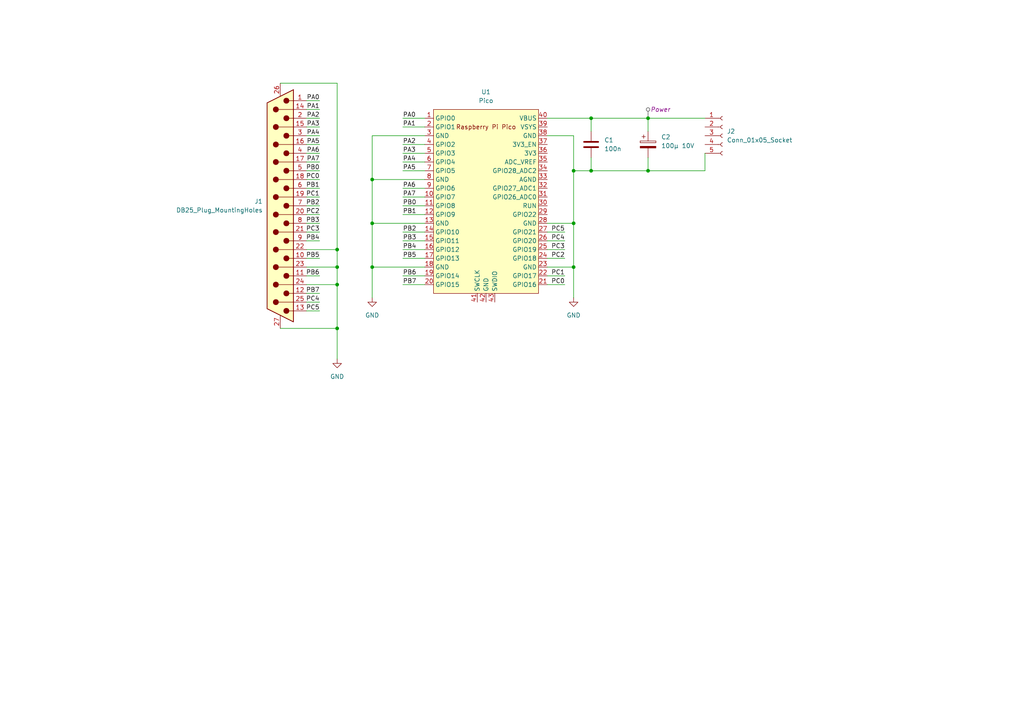
<source format=kicad_sch>
(kicad_sch
	(version 20231120)
	(generator "eeschema")
	(generator_version "8.0")
	(uuid "bfc4f0fb-7fdc-4caa-bbf8-39be3b7ae887")
	(paper "A4")
	(lib_symbols
		(symbol "Connector:Conn_01x05_Socket"
			(pin_names
				(offset 1.016) hide)
			(exclude_from_sim no)
			(in_bom yes)
			(on_board yes)
			(property "Reference" "J"
				(at 0 7.62 0)
				(effects
					(font
						(size 1.27 1.27)
					)
				)
			)
			(property "Value" "Conn_01x05_Socket"
				(at 0 -7.62 0)
				(effects
					(font
						(size 1.27 1.27)
					)
				)
			)
			(property "Footprint" ""
				(at 0 0 0)
				(effects
					(font
						(size 1.27 1.27)
					)
					(hide yes)
				)
			)
			(property "Datasheet" "~"
				(at 0 0 0)
				(effects
					(font
						(size 1.27 1.27)
					)
					(hide yes)
				)
			)
			(property "Description" "Generic connector, single row, 01x05, script generated"
				(at 0 0 0)
				(effects
					(font
						(size 1.27 1.27)
					)
					(hide yes)
				)
			)
			(property "ki_locked" ""
				(at 0 0 0)
				(effects
					(font
						(size 1.27 1.27)
					)
				)
			)
			(property "ki_keywords" "connector"
				(at 0 0 0)
				(effects
					(font
						(size 1.27 1.27)
					)
					(hide yes)
				)
			)
			(property "ki_fp_filters" "Connector*:*_1x??_*"
				(at 0 0 0)
				(effects
					(font
						(size 1.27 1.27)
					)
					(hide yes)
				)
			)
			(symbol "Conn_01x05_Socket_1_1"
				(arc
					(start 0 -4.572)
					(mid -0.5058 -5.08)
					(end 0 -5.588)
					(stroke
						(width 0.1524)
						(type default)
					)
					(fill
						(type none)
					)
				)
				(arc
					(start 0 -2.032)
					(mid -0.5058 -2.54)
					(end 0 -3.048)
					(stroke
						(width 0.1524)
						(type default)
					)
					(fill
						(type none)
					)
				)
				(polyline
					(pts
						(xy -1.27 -5.08) (xy -0.508 -5.08)
					)
					(stroke
						(width 0.1524)
						(type default)
					)
					(fill
						(type none)
					)
				)
				(polyline
					(pts
						(xy -1.27 -2.54) (xy -0.508 -2.54)
					)
					(stroke
						(width 0.1524)
						(type default)
					)
					(fill
						(type none)
					)
				)
				(polyline
					(pts
						(xy -1.27 0) (xy -0.508 0)
					)
					(stroke
						(width 0.1524)
						(type default)
					)
					(fill
						(type none)
					)
				)
				(polyline
					(pts
						(xy -1.27 2.54) (xy -0.508 2.54)
					)
					(stroke
						(width 0.1524)
						(type default)
					)
					(fill
						(type none)
					)
				)
				(polyline
					(pts
						(xy -1.27 5.08) (xy -0.508 5.08)
					)
					(stroke
						(width 0.1524)
						(type default)
					)
					(fill
						(type none)
					)
				)
				(arc
					(start 0 0.508)
					(mid -0.5058 0)
					(end 0 -0.508)
					(stroke
						(width 0.1524)
						(type default)
					)
					(fill
						(type none)
					)
				)
				(arc
					(start 0 3.048)
					(mid -0.5058 2.54)
					(end 0 2.032)
					(stroke
						(width 0.1524)
						(type default)
					)
					(fill
						(type none)
					)
				)
				(arc
					(start 0 5.588)
					(mid -0.5058 5.08)
					(end 0 4.572)
					(stroke
						(width 0.1524)
						(type default)
					)
					(fill
						(type none)
					)
				)
				(pin passive line
					(at -5.08 5.08 0)
					(length 3.81)
					(name "Pin_1"
						(effects
							(font
								(size 1.27 1.27)
							)
						)
					)
					(number "1"
						(effects
							(font
								(size 1.27 1.27)
							)
						)
					)
				)
				(pin passive line
					(at -5.08 2.54 0)
					(length 3.81)
					(name "Pin_2"
						(effects
							(font
								(size 1.27 1.27)
							)
						)
					)
					(number "2"
						(effects
							(font
								(size 1.27 1.27)
							)
						)
					)
				)
				(pin passive line
					(at -5.08 0 0)
					(length 3.81)
					(name "Pin_3"
						(effects
							(font
								(size 1.27 1.27)
							)
						)
					)
					(number "3"
						(effects
							(font
								(size 1.27 1.27)
							)
						)
					)
				)
				(pin passive line
					(at -5.08 -2.54 0)
					(length 3.81)
					(name "Pin_4"
						(effects
							(font
								(size 1.27 1.27)
							)
						)
					)
					(number "4"
						(effects
							(font
								(size 1.27 1.27)
							)
						)
					)
				)
				(pin passive line
					(at -5.08 -5.08 0)
					(length 3.81)
					(name "Pin_5"
						(effects
							(font
								(size 1.27 1.27)
							)
						)
					)
					(number "5"
						(effects
							(font
								(size 1.27 1.27)
							)
						)
					)
				)
			)
		)
		(symbol "Connector:DB25_Plug_MountingHoles"
			(pin_names
				(offset 1.016) hide)
			(exclude_from_sim no)
			(in_bom yes)
			(on_board yes)
			(property "Reference" "J1"
				(at 5.08 -1.2701 0)
				(effects
					(font
						(size 1.27 1.27)
					)
					(justify left)
				)
			)
			(property "Value" "DB25_Plug_MountingHoles"
				(at 5.08 1.2699 0)
				(effects
					(font
						(size 1.27 1.27)
					)
					(justify left)
				)
			)
			(property "Footprint" "easyeda2kicad:DB25-TH_D-DMR025PF-D002"
				(at 0 0 0)
				(effects
					(font
						(size 1.27 1.27)
					)
					(hide yes)
				)
			)
			(property "Datasheet" "~"
				(at 0 0 0)
				(effects
					(font
						(size 1.27 1.27)
					)
					(hide yes)
				)
			)
			(property "Description" "25-pin male plug pin D-SUB connector, Mounting Hole"
				(at 0 0 0)
				(effects
					(font
						(size 1.27 1.27)
					)
					(hide yes)
				)
			)
			(property "ki_keywords" "male plug D-SUB connector"
				(at 0 0 0)
				(effects
					(font
						(size 1.27 1.27)
					)
					(hide yes)
				)
			)
			(property "ki_fp_filters" "DSUB*Male*"
				(at 0 0 0)
				(effects
					(font
						(size 1.27 1.27)
					)
					(hide yes)
				)
			)
			(symbol "DB25_Plug_MountingHoles_0_1"
				(circle
					(center -1.778 -30.48)
					(radius 0.762)
					(stroke
						(width 0)
						(type default)
					)
					(fill
						(type outline)
					)
				)
				(circle
					(center -1.778 -25.4)
					(radius 0.762)
					(stroke
						(width 0)
						(type default)
					)
					(fill
						(type outline)
					)
				)
				(circle
					(center -1.778 -20.32)
					(radius 0.762)
					(stroke
						(width 0)
						(type default)
					)
					(fill
						(type outline)
					)
				)
				(circle
					(center -1.778 -15.24)
					(radius 0.762)
					(stroke
						(width 0)
						(type default)
					)
					(fill
						(type outline)
					)
				)
				(circle
					(center -1.778 -10.16)
					(radius 0.762)
					(stroke
						(width 0)
						(type default)
					)
					(fill
						(type outline)
					)
				)
				(circle
					(center -1.778 -5.08)
					(radius 0.762)
					(stroke
						(width 0)
						(type default)
					)
					(fill
						(type outline)
					)
				)
				(circle
					(center -1.778 0)
					(radius 0.762)
					(stroke
						(width 0)
						(type default)
					)
					(fill
						(type outline)
					)
				)
				(circle
					(center -1.778 5.08)
					(radius 0.762)
					(stroke
						(width 0)
						(type default)
					)
					(fill
						(type outline)
					)
				)
				(circle
					(center -1.778 10.16)
					(radius 0.762)
					(stroke
						(width 0)
						(type default)
					)
					(fill
						(type outline)
					)
				)
				(circle
					(center -1.778 15.24)
					(radius 0.762)
					(stroke
						(width 0)
						(type default)
					)
					(fill
						(type outline)
					)
				)
				(circle
					(center -1.778 20.32)
					(radius 0.762)
					(stroke
						(width 0)
						(type default)
					)
					(fill
						(type outline)
					)
				)
				(circle
					(center -1.778 25.4)
					(radius 0.762)
					(stroke
						(width 0)
						(type default)
					)
					(fill
						(type outline)
					)
				)
				(circle
					(center -1.778 30.48)
					(radius 0.762)
					(stroke
						(width 0)
						(type default)
					)
					(fill
						(type outline)
					)
				)
				(polyline
					(pts
						(xy -3.81 -30.48) (xy -2.54 -30.48)
					)
					(stroke
						(width 0)
						(type default)
					)
					(fill
						(type none)
					)
				)
				(polyline
					(pts
						(xy -3.81 -27.94) (xy 0.508 -27.94)
					)
					(stroke
						(width 0)
						(type default)
					)
					(fill
						(type none)
					)
				)
				(polyline
					(pts
						(xy -3.81 -25.4) (xy -2.54 -25.4)
					)
					(stroke
						(width 0)
						(type default)
					)
					(fill
						(type none)
					)
				)
				(polyline
					(pts
						(xy -3.81 -22.86) (xy 0.508 -22.86)
					)
					(stroke
						(width 0)
						(type default)
					)
					(fill
						(type none)
					)
				)
				(polyline
					(pts
						(xy -3.81 -20.32) (xy -2.54 -20.32)
					)
					(stroke
						(width 0)
						(type default)
					)
					(fill
						(type none)
					)
				)
				(polyline
					(pts
						(xy -3.81 -17.78) (xy 0.508 -17.78)
					)
					(stroke
						(width 0)
						(type default)
					)
					(fill
						(type none)
					)
				)
				(polyline
					(pts
						(xy -3.81 -15.24) (xy -2.54 -15.24)
					)
					(stroke
						(width 0)
						(type default)
					)
					(fill
						(type none)
					)
				)
				(polyline
					(pts
						(xy -3.81 -12.7) (xy 0.508 -12.7)
					)
					(stroke
						(width 0)
						(type default)
					)
					(fill
						(type none)
					)
				)
				(polyline
					(pts
						(xy -3.81 -10.16) (xy -2.54 -10.16)
					)
					(stroke
						(width 0)
						(type default)
					)
					(fill
						(type none)
					)
				)
				(polyline
					(pts
						(xy -3.81 -7.62) (xy 0.508 -7.62)
					)
					(stroke
						(width 0)
						(type default)
					)
					(fill
						(type none)
					)
				)
				(polyline
					(pts
						(xy -3.81 -5.08) (xy -2.54 -5.08)
					)
					(stroke
						(width 0)
						(type default)
					)
					(fill
						(type none)
					)
				)
				(polyline
					(pts
						(xy -3.81 -2.54) (xy 0.508 -2.54)
					)
					(stroke
						(width 0)
						(type default)
					)
					(fill
						(type none)
					)
				)
				(polyline
					(pts
						(xy -3.81 0) (xy -2.54 0)
					)
					(stroke
						(width 0)
						(type default)
					)
					(fill
						(type none)
					)
				)
				(polyline
					(pts
						(xy -3.81 2.54) (xy 0.508 2.54)
					)
					(stroke
						(width 0)
						(type default)
					)
					(fill
						(type none)
					)
				)
				(polyline
					(pts
						(xy -3.81 5.08) (xy -2.54 5.08)
					)
					(stroke
						(width 0)
						(type default)
					)
					(fill
						(type none)
					)
				)
				(polyline
					(pts
						(xy -3.81 7.62) (xy 0.508 7.62)
					)
					(stroke
						(width 0)
						(type default)
					)
					(fill
						(type none)
					)
				)
				(polyline
					(pts
						(xy -3.81 10.16) (xy -2.54 10.16)
					)
					(stroke
						(width 0)
						(type default)
					)
					(fill
						(type none)
					)
				)
				(polyline
					(pts
						(xy -3.81 12.7) (xy 0.508 12.7)
					)
					(stroke
						(width 0)
						(type default)
					)
					(fill
						(type none)
					)
				)
				(polyline
					(pts
						(xy -3.81 15.24) (xy -2.54 15.24)
					)
					(stroke
						(width 0)
						(type default)
					)
					(fill
						(type none)
					)
				)
				(polyline
					(pts
						(xy -3.81 17.78) (xy 0.508 17.78)
					)
					(stroke
						(width 0)
						(type default)
					)
					(fill
						(type none)
					)
				)
				(polyline
					(pts
						(xy -3.81 20.32) (xy -2.54 20.32)
					)
					(stroke
						(width 0)
						(type default)
					)
					(fill
						(type none)
					)
				)
				(polyline
					(pts
						(xy -3.81 22.86) (xy 0.508 22.86)
					)
					(stroke
						(width 0)
						(type default)
					)
					(fill
						(type none)
					)
				)
				(polyline
					(pts
						(xy -3.81 25.4) (xy -2.54 25.4)
					)
					(stroke
						(width 0)
						(type default)
					)
					(fill
						(type none)
					)
				)
				(polyline
					(pts
						(xy -3.81 27.94) (xy 0.508 27.94)
					)
					(stroke
						(width 0)
						(type default)
					)
					(fill
						(type none)
					)
				)
				(polyline
					(pts
						(xy -3.81 30.48) (xy -2.54 30.48)
					)
					(stroke
						(width 0)
						(type default)
					)
					(fill
						(type none)
					)
				)
				(polyline
					(pts
						(xy -3.81 -33.655) (xy 3.81 -29.845) (xy 3.81 29.845) (xy -3.81 33.655) (xy -3.81 -33.655)
					)
					(stroke
						(width 0.254)
						(type default)
					)
					(fill
						(type background)
					)
				)
				(circle
					(center 1.27 -27.94)
					(radius 0.762)
					(stroke
						(width 0)
						(type default)
					)
					(fill
						(type outline)
					)
				)
				(circle
					(center 1.27 -22.86)
					(radius 0.762)
					(stroke
						(width 0)
						(type default)
					)
					(fill
						(type outline)
					)
				)
				(circle
					(center 1.27 -17.78)
					(radius 0.762)
					(stroke
						(width 0)
						(type default)
					)
					(fill
						(type outline)
					)
				)
				(circle
					(center 1.27 -12.7)
					(radius 0.762)
					(stroke
						(width 0)
						(type default)
					)
					(fill
						(type outline)
					)
				)
				(circle
					(center 1.27 -7.62)
					(radius 0.762)
					(stroke
						(width 0)
						(type default)
					)
					(fill
						(type outline)
					)
				)
				(circle
					(center 1.27 -2.54)
					(radius 0.762)
					(stroke
						(width 0)
						(type default)
					)
					(fill
						(type outline)
					)
				)
				(circle
					(center 1.27 2.54)
					(radius 0.762)
					(stroke
						(width 0)
						(type default)
					)
					(fill
						(type outline)
					)
				)
				(circle
					(center 1.27 7.62)
					(radius 0.762)
					(stroke
						(width 0)
						(type default)
					)
					(fill
						(type outline)
					)
				)
				(circle
					(center 1.27 12.7)
					(radius 0.762)
					(stroke
						(width 0)
						(type default)
					)
					(fill
						(type outline)
					)
				)
				(circle
					(center 1.27 17.78)
					(radius 0.762)
					(stroke
						(width 0)
						(type default)
					)
					(fill
						(type outline)
					)
				)
				(circle
					(center 1.27 22.86)
					(radius 0.762)
					(stroke
						(width 0)
						(type default)
					)
					(fill
						(type outline)
					)
				)
				(circle
					(center 1.27 27.94)
					(radius 0.762)
					(stroke
						(width 0)
						(type default)
					)
					(fill
						(type outline)
					)
				)
			)
			(symbol "DB25_Plug_MountingHoles_1_1"
				(pin passive line
					(at -7.62 -30.48 0)
					(length 3.81)
					(name "1"
						(effects
							(font
								(size 1.27 1.27)
							)
						)
					)
					(number "1"
						(effects
							(font
								(size 1.27 1.27)
							)
						)
					)
				)
				(pin passive line
					(at -7.62 15.24 0)
					(length 3.81)
					(name "10"
						(effects
							(font
								(size 1.27 1.27)
							)
						)
					)
					(number "10"
						(effects
							(font
								(size 1.27 1.27)
							)
						)
					)
				)
				(pin passive line
					(at -7.62 20.32 0)
					(length 3.81)
					(name "11"
						(effects
							(font
								(size 1.27 1.27)
							)
						)
					)
					(number "11"
						(effects
							(font
								(size 1.27 1.27)
							)
						)
					)
				)
				(pin passive line
					(at -7.62 25.4 0)
					(length 3.81)
					(name "12"
						(effects
							(font
								(size 1.27 1.27)
							)
						)
					)
					(number "12"
						(effects
							(font
								(size 1.27 1.27)
							)
						)
					)
				)
				(pin passive line
					(at -7.62 30.48 0)
					(length 3.81)
					(name "13"
						(effects
							(font
								(size 1.27 1.27)
							)
						)
					)
					(number "13"
						(effects
							(font
								(size 1.27 1.27)
							)
						)
					)
				)
				(pin passive line
					(at -7.62 -27.94 0)
					(length 3.81)
					(name "P14"
						(effects
							(font
								(size 1.27 1.27)
							)
						)
					)
					(number "14"
						(effects
							(font
								(size 1.27 1.27)
							)
						)
					)
				)
				(pin passive line
					(at -7.62 -22.86 0)
					(length 3.81)
					(name "P15"
						(effects
							(font
								(size 1.27 1.27)
							)
						)
					)
					(number "15"
						(effects
							(font
								(size 1.27 1.27)
							)
						)
					)
				)
				(pin passive line
					(at -7.62 -17.78 0)
					(length 3.81)
					(name "P16"
						(effects
							(font
								(size 1.27 1.27)
							)
						)
					)
					(number "16"
						(effects
							(font
								(size 1.27 1.27)
							)
						)
					)
				)
				(pin passive line
					(at -7.62 -12.7 0)
					(length 3.81)
					(name "P17"
						(effects
							(font
								(size 1.27 1.27)
							)
						)
					)
					(number "17"
						(effects
							(font
								(size 1.27 1.27)
							)
						)
					)
				)
				(pin passive line
					(at -7.62 -7.62 0)
					(length 3.81)
					(name "P18"
						(effects
							(font
								(size 1.27 1.27)
							)
						)
					)
					(number "18"
						(effects
							(font
								(size 1.27 1.27)
							)
						)
					)
				)
				(pin passive line
					(at -7.62 -2.54 0)
					(length 3.81)
					(name "P19"
						(effects
							(font
								(size 1.27 1.27)
							)
						)
					)
					(number "19"
						(effects
							(font
								(size 1.27 1.27)
							)
						)
					)
				)
				(pin passive line
					(at -7.62 -25.4 0)
					(length 3.81)
					(name "2"
						(effects
							(font
								(size 1.27 1.27)
							)
						)
					)
					(number "2"
						(effects
							(font
								(size 1.27 1.27)
							)
						)
					)
				)
				(pin passive line
					(at -7.62 2.54 0)
					(length 3.81)
					(name "P20"
						(effects
							(font
								(size 1.27 1.27)
							)
						)
					)
					(number "20"
						(effects
							(font
								(size 1.27 1.27)
							)
						)
					)
				)
				(pin passive line
					(at -7.62 7.62 0)
					(length 3.81)
					(name "P21"
						(effects
							(font
								(size 1.27 1.27)
							)
						)
					)
					(number "21"
						(effects
							(font
								(size 1.27 1.27)
							)
						)
					)
				)
				(pin passive line
					(at -7.62 12.7 0)
					(length 3.81)
					(name "P22"
						(effects
							(font
								(size 1.27 1.27)
							)
						)
					)
					(number "22"
						(effects
							(font
								(size 1.27 1.27)
							)
						)
					)
				)
				(pin passive line
					(at -7.62 17.78 0)
					(length 3.81)
					(name "P23"
						(effects
							(font
								(size 1.27 1.27)
							)
						)
					)
					(number "23"
						(effects
							(font
								(size 1.27 1.27)
							)
						)
					)
				)
				(pin passive line
					(at -7.62 22.86 0)
					(length 3.81)
					(name "P24"
						(effects
							(font
								(size 1.27 1.27)
							)
						)
					)
					(number "24"
						(effects
							(font
								(size 1.27 1.27)
							)
						)
					)
				)
				(pin passive line
					(at -7.62 27.94 0)
					(length 3.81)
					(name "P25"
						(effects
							(font
								(size 1.27 1.27)
							)
						)
					)
					(number "25"
						(effects
							(font
								(size 1.27 1.27)
							)
						)
					)
				)
				(pin passive line
					(at 0 -35.56 90)
					(length 3.81)
					(name "PAD"
						(effects
							(font
								(size 1.27 1.27)
							)
						)
					)
					(number "26"
						(effects
							(font
								(size 1.27 1.27)
							)
						)
					)
				)
				(pin passive line
					(at 0 35.56 270)
					(length 3.81)
					(name "PAD"
						(effects
							(font
								(size 1.27 1.27)
							)
						)
					)
					(number "27"
						(effects
							(font
								(size 1.27 1.27)
							)
						)
					)
				)
				(pin passive line
					(at -7.62 -20.32 0)
					(length 3.81)
					(name "3"
						(effects
							(font
								(size 1.27 1.27)
							)
						)
					)
					(number "3"
						(effects
							(font
								(size 1.27 1.27)
							)
						)
					)
				)
				(pin passive line
					(at -7.62 -15.24 0)
					(length 3.81)
					(name "4"
						(effects
							(font
								(size 1.27 1.27)
							)
						)
					)
					(number "4"
						(effects
							(font
								(size 1.27 1.27)
							)
						)
					)
				)
				(pin passive line
					(at -7.62 -10.16 0)
					(length 3.81)
					(name "5"
						(effects
							(font
								(size 1.27 1.27)
							)
						)
					)
					(number "5"
						(effects
							(font
								(size 1.27 1.27)
							)
						)
					)
				)
				(pin passive line
					(at -7.62 -5.08 0)
					(length 3.81)
					(name "6"
						(effects
							(font
								(size 1.27 1.27)
							)
						)
					)
					(number "6"
						(effects
							(font
								(size 1.27 1.27)
							)
						)
					)
				)
				(pin passive line
					(at -7.62 0 0)
					(length 3.81)
					(name "7"
						(effects
							(font
								(size 1.27 1.27)
							)
						)
					)
					(number "7"
						(effects
							(font
								(size 1.27 1.27)
							)
						)
					)
				)
				(pin passive line
					(at -7.62 5.08 0)
					(length 3.81)
					(name "8"
						(effects
							(font
								(size 1.27 1.27)
							)
						)
					)
					(number "8"
						(effects
							(font
								(size 1.27 1.27)
							)
						)
					)
				)
				(pin passive line
					(at -7.62 10.16 0)
					(length 3.81)
					(name "9"
						(effects
							(font
								(size 1.27 1.27)
							)
						)
					)
					(number "9"
						(effects
							(font
								(size 1.27 1.27)
							)
						)
					)
				)
			)
		)
		(symbol "Device:C"
			(pin_numbers hide)
			(pin_names
				(offset 0.254)
			)
			(exclude_from_sim no)
			(in_bom yes)
			(on_board yes)
			(property "Reference" "C"
				(at 0.635 2.54 0)
				(effects
					(font
						(size 1.27 1.27)
					)
					(justify left)
				)
			)
			(property "Value" "C"
				(at 0.635 -2.54 0)
				(effects
					(font
						(size 1.27 1.27)
					)
					(justify left)
				)
			)
			(property "Footprint" ""
				(at 0.9652 -3.81 0)
				(effects
					(font
						(size 1.27 1.27)
					)
					(hide yes)
				)
			)
			(property "Datasheet" "~"
				(at 0 0 0)
				(effects
					(font
						(size 1.27 1.27)
					)
					(hide yes)
				)
			)
			(property "Description" "Unpolarized capacitor"
				(at 0 0 0)
				(effects
					(font
						(size 1.27 1.27)
					)
					(hide yes)
				)
			)
			(property "ki_keywords" "cap capacitor"
				(at 0 0 0)
				(effects
					(font
						(size 1.27 1.27)
					)
					(hide yes)
				)
			)
			(property "ki_fp_filters" "C_*"
				(at 0 0 0)
				(effects
					(font
						(size 1.27 1.27)
					)
					(hide yes)
				)
			)
			(symbol "C_0_1"
				(polyline
					(pts
						(xy -2.032 -0.762) (xy 2.032 -0.762)
					)
					(stroke
						(width 0.508)
						(type default)
					)
					(fill
						(type none)
					)
				)
				(polyline
					(pts
						(xy -2.032 0.762) (xy 2.032 0.762)
					)
					(stroke
						(width 0.508)
						(type default)
					)
					(fill
						(type none)
					)
				)
			)
			(symbol "C_1_1"
				(pin passive line
					(at 0 3.81 270)
					(length 2.794)
					(name "~"
						(effects
							(font
								(size 1.27 1.27)
							)
						)
					)
					(number "1"
						(effects
							(font
								(size 1.27 1.27)
							)
						)
					)
				)
				(pin passive line
					(at 0 -3.81 90)
					(length 2.794)
					(name "~"
						(effects
							(font
								(size 1.27 1.27)
							)
						)
					)
					(number "2"
						(effects
							(font
								(size 1.27 1.27)
							)
						)
					)
				)
			)
		)
		(symbol "Device:C_Polarized"
			(pin_numbers hide)
			(pin_names
				(offset 0.254)
			)
			(exclude_from_sim no)
			(in_bom yes)
			(on_board yes)
			(property "Reference" "C"
				(at 0.635 2.54 0)
				(effects
					(font
						(size 1.27 1.27)
					)
					(justify left)
				)
			)
			(property "Value" "C_Polarized"
				(at 0.635 -2.54 0)
				(effects
					(font
						(size 1.27 1.27)
					)
					(justify left)
				)
			)
			(property "Footprint" ""
				(at 0.9652 -3.81 0)
				(effects
					(font
						(size 1.27 1.27)
					)
					(hide yes)
				)
			)
			(property "Datasheet" "~"
				(at 0 0 0)
				(effects
					(font
						(size 1.27 1.27)
					)
					(hide yes)
				)
			)
			(property "Description" "Polarized capacitor"
				(at 0 0 0)
				(effects
					(font
						(size 1.27 1.27)
					)
					(hide yes)
				)
			)
			(property "ki_keywords" "cap capacitor"
				(at 0 0 0)
				(effects
					(font
						(size 1.27 1.27)
					)
					(hide yes)
				)
			)
			(property "ki_fp_filters" "CP_*"
				(at 0 0 0)
				(effects
					(font
						(size 1.27 1.27)
					)
					(hide yes)
				)
			)
			(symbol "C_Polarized_0_1"
				(rectangle
					(start -2.286 0.508)
					(end 2.286 1.016)
					(stroke
						(width 0)
						(type default)
					)
					(fill
						(type none)
					)
				)
				(polyline
					(pts
						(xy -1.778 2.286) (xy -0.762 2.286)
					)
					(stroke
						(width 0)
						(type default)
					)
					(fill
						(type none)
					)
				)
				(polyline
					(pts
						(xy -1.27 2.794) (xy -1.27 1.778)
					)
					(stroke
						(width 0)
						(type default)
					)
					(fill
						(type none)
					)
				)
				(rectangle
					(start 2.286 -0.508)
					(end -2.286 -1.016)
					(stroke
						(width 0)
						(type default)
					)
					(fill
						(type outline)
					)
				)
			)
			(symbol "C_Polarized_1_1"
				(pin passive line
					(at 0 3.81 270)
					(length 2.794)
					(name "~"
						(effects
							(font
								(size 1.27 1.27)
							)
						)
					)
					(number "1"
						(effects
							(font
								(size 1.27 1.27)
							)
						)
					)
				)
				(pin passive line
					(at 0 -3.81 90)
					(length 2.794)
					(name "~"
						(effects
							(font
								(size 1.27 1.27)
							)
						)
					)
					(number "2"
						(effects
							(font
								(size 1.27 1.27)
							)
						)
					)
				)
			)
		)
		(symbol "RP-Pico:Pico"
			(exclude_from_sim no)
			(in_bom yes)
			(on_board yes)
			(property "Reference" "U"
				(at -13.97 27.94 0)
				(effects
					(font
						(size 1.27 1.27)
					)
				)
			)
			(property "Value" "Pico"
				(at 0 19.05 0)
				(effects
					(font
						(size 1.27 1.27)
					)
				)
			)
			(property "Footprint" "RPi_Pico:RPi_Pico_SMD_TH"
				(at 0 0 90)
				(effects
					(font
						(size 1.27 1.27)
					)
					(hide yes)
				)
			)
			(property "Datasheet" ""
				(at 0 0 0)
				(effects
					(font
						(size 1.27 1.27)
					)
					(hide yes)
				)
			)
			(property "Description" ""
				(at 0 0 0)
				(effects
					(font
						(size 1.27 1.27)
					)
					(hide yes)
				)
			)
			(symbol "Pico_0_0"
				(text "Raspberry Pi Pico"
					(at 0 21.59 0)
					(effects
						(font
							(size 1.27 1.27)
						)
					)
				)
			)
			(symbol "Pico_0_1"
				(rectangle
					(start -15.24 26.67)
					(end 15.24 -26.67)
					(stroke
						(width 0)
						(type default)
					)
					(fill
						(type background)
					)
				)
			)
			(symbol "Pico_1_1"
				(pin bidirectional line
					(at -17.78 24.13 0)
					(length 2.54)
					(name "GPIO0"
						(effects
							(font
								(size 1.27 1.27)
							)
						)
					)
					(number "1"
						(effects
							(font
								(size 1.27 1.27)
							)
						)
					)
				)
				(pin bidirectional line
					(at -17.78 1.27 0)
					(length 2.54)
					(name "GPIO7"
						(effects
							(font
								(size 1.27 1.27)
							)
						)
					)
					(number "10"
						(effects
							(font
								(size 1.27 1.27)
							)
						)
					)
				)
				(pin bidirectional line
					(at -17.78 -1.27 0)
					(length 2.54)
					(name "GPIO8"
						(effects
							(font
								(size 1.27 1.27)
							)
						)
					)
					(number "11"
						(effects
							(font
								(size 1.27 1.27)
							)
						)
					)
				)
				(pin bidirectional line
					(at -17.78 -3.81 0)
					(length 2.54)
					(name "GPIO9"
						(effects
							(font
								(size 1.27 1.27)
							)
						)
					)
					(number "12"
						(effects
							(font
								(size 1.27 1.27)
							)
						)
					)
				)
				(pin power_in line
					(at -17.78 -6.35 0)
					(length 2.54)
					(name "GND"
						(effects
							(font
								(size 1.27 1.27)
							)
						)
					)
					(number "13"
						(effects
							(font
								(size 1.27 1.27)
							)
						)
					)
				)
				(pin bidirectional line
					(at -17.78 -8.89 0)
					(length 2.54)
					(name "GPIO10"
						(effects
							(font
								(size 1.27 1.27)
							)
						)
					)
					(number "14"
						(effects
							(font
								(size 1.27 1.27)
							)
						)
					)
				)
				(pin bidirectional line
					(at -17.78 -11.43 0)
					(length 2.54)
					(name "GPIO11"
						(effects
							(font
								(size 1.27 1.27)
							)
						)
					)
					(number "15"
						(effects
							(font
								(size 1.27 1.27)
							)
						)
					)
				)
				(pin bidirectional line
					(at -17.78 -13.97 0)
					(length 2.54)
					(name "GPIO12"
						(effects
							(font
								(size 1.27 1.27)
							)
						)
					)
					(number "16"
						(effects
							(font
								(size 1.27 1.27)
							)
						)
					)
				)
				(pin bidirectional line
					(at -17.78 -16.51 0)
					(length 2.54)
					(name "GPIO13"
						(effects
							(font
								(size 1.27 1.27)
							)
						)
					)
					(number "17"
						(effects
							(font
								(size 1.27 1.27)
							)
						)
					)
				)
				(pin power_in line
					(at -17.78 -19.05 0)
					(length 2.54)
					(name "GND"
						(effects
							(font
								(size 1.27 1.27)
							)
						)
					)
					(number "18"
						(effects
							(font
								(size 1.27 1.27)
							)
						)
					)
				)
				(pin bidirectional line
					(at -17.78 -21.59 0)
					(length 2.54)
					(name "GPIO14"
						(effects
							(font
								(size 1.27 1.27)
							)
						)
					)
					(number "19"
						(effects
							(font
								(size 1.27 1.27)
							)
						)
					)
				)
				(pin bidirectional line
					(at -17.78 21.59 0)
					(length 2.54)
					(name "GPIO1"
						(effects
							(font
								(size 1.27 1.27)
							)
						)
					)
					(number "2"
						(effects
							(font
								(size 1.27 1.27)
							)
						)
					)
				)
				(pin bidirectional line
					(at -17.78 -24.13 0)
					(length 2.54)
					(name "GPIO15"
						(effects
							(font
								(size 1.27 1.27)
							)
						)
					)
					(number "20"
						(effects
							(font
								(size 1.27 1.27)
							)
						)
					)
				)
				(pin bidirectional line
					(at 17.78 -24.13 180)
					(length 2.54)
					(name "GPIO16"
						(effects
							(font
								(size 1.27 1.27)
							)
						)
					)
					(number "21"
						(effects
							(font
								(size 1.27 1.27)
							)
						)
					)
				)
				(pin bidirectional line
					(at 17.78 -21.59 180)
					(length 2.54)
					(name "GPIO17"
						(effects
							(font
								(size 1.27 1.27)
							)
						)
					)
					(number "22"
						(effects
							(font
								(size 1.27 1.27)
							)
						)
					)
				)
				(pin power_in line
					(at 17.78 -19.05 180)
					(length 2.54)
					(name "GND"
						(effects
							(font
								(size 1.27 1.27)
							)
						)
					)
					(number "23"
						(effects
							(font
								(size 1.27 1.27)
							)
						)
					)
				)
				(pin bidirectional line
					(at 17.78 -16.51 180)
					(length 2.54)
					(name "GPIO18"
						(effects
							(font
								(size 1.27 1.27)
							)
						)
					)
					(number "24"
						(effects
							(font
								(size 1.27 1.27)
							)
						)
					)
				)
				(pin bidirectional line
					(at 17.78 -13.97 180)
					(length 2.54)
					(name "GPIO19"
						(effects
							(font
								(size 1.27 1.27)
							)
						)
					)
					(number "25"
						(effects
							(font
								(size 1.27 1.27)
							)
						)
					)
				)
				(pin bidirectional line
					(at 17.78 -11.43 180)
					(length 2.54)
					(name "GPIO20"
						(effects
							(font
								(size 1.27 1.27)
							)
						)
					)
					(number "26"
						(effects
							(font
								(size 1.27 1.27)
							)
						)
					)
				)
				(pin bidirectional line
					(at 17.78 -8.89 180)
					(length 2.54)
					(name "GPIO21"
						(effects
							(font
								(size 1.27 1.27)
							)
						)
					)
					(number "27"
						(effects
							(font
								(size 1.27 1.27)
							)
						)
					)
				)
				(pin power_in line
					(at 17.78 -6.35 180)
					(length 2.54)
					(name "GND"
						(effects
							(font
								(size 1.27 1.27)
							)
						)
					)
					(number "28"
						(effects
							(font
								(size 1.27 1.27)
							)
						)
					)
				)
				(pin bidirectional line
					(at 17.78 -3.81 180)
					(length 2.54)
					(name "GPIO22"
						(effects
							(font
								(size 1.27 1.27)
							)
						)
					)
					(number "29"
						(effects
							(font
								(size 1.27 1.27)
							)
						)
					)
				)
				(pin power_in line
					(at -17.78 19.05 0)
					(length 2.54)
					(name "GND"
						(effects
							(font
								(size 1.27 1.27)
							)
						)
					)
					(number "3"
						(effects
							(font
								(size 1.27 1.27)
							)
						)
					)
				)
				(pin input line
					(at 17.78 -1.27 180)
					(length 2.54)
					(name "RUN"
						(effects
							(font
								(size 1.27 1.27)
							)
						)
					)
					(number "30"
						(effects
							(font
								(size 1.27 1.27)
							)
						)
					)
				)
				(pin bidirectional line
					(at 17.78 1.27 180)
					(length 2.54)
					(name "GPIO26_ADC0"
						(effects
							(font
								(size 1.27 1.27)
							)
						)
					)
					(number "31"
						(effects
							(font
								(size 1.27 1.27)
							)
						)
					)
				)
				(pin bidirectional line
					(at 17.78 3.81 180)
					(length 2.54)
					(name "GPIO27_ADC1"
						(effects
							(font
								(size 1.27 1.27)
							)
						)
					)
					(number "32"
						(effects
							(font
								(size 1.27 1.27)
							)
						)
					)
				)
				(pin power_in line
					(at 17.78 6.35 180)
					(length 2.54)
					(name "AGND"
						(effects
							(font
								(size 1.27 1.27)
							)
						)
					)
					(number "33"
						(effects
							(font
								(size 1.27 1.27)
							)
						)
					)
				)
				(pin bidirectional line
					(at 17.78 8.89 180)
					(length 2.54)
					(name "GPIO28_ADC2"
						(effects
							(font
								(size 1.27 1.27)
							)
						)
					)
					(number "34"
						(effects
							(font
								(size 1.27 1.27)
							)
						)
					)
				)
				(pin power_in line
					(at 17.78 11.43 180)
					(length 2.54)
					(name "ADC_VREF"
						(effects
							(font
								(size 1.27 1.27)
							)
						)
					)
					(number "35"
						(effects
							(font
								(size 1.27 1.27)
							)
						)
					)
				)
				(pin power_in line
					(at 17.78 13.97 180)
					(length 2.54)
					(name "3V3"
						(effects
							(font
								(size 1.27 1.27)
							)
						)
					)
					(number "36"
						(effects
							(font
								(size 1.27 1.27)
							)
						)
					)
				)
				(pin input line
					(at 17.78 16.51 180)
					(length 2.54)
					(name "3V3_EN"
						(effects
							(font
								(size 1.27 1.27)
							)
						)
					)
					(number "37"
						(effects
							(font
								(size 1.27 1.27)
							)
						)
					)
				)
				(pin bidirectional line
					(at 17.78 19.05 180)
					(length 2.54)
					(name "GND"
						(effects
							(font
								(size 1.27 1.27)
							)
						)
					)
					(number "38"
						(effects
							(font
								(size 1.27 1.27)
							)
						)
					)
				)
				(pin power_in line
					(at 17.78 21.59 180)
					(length 2.54)
					(name "VSYS"
						(effects
							(font
								(size 1.27 1.27)
							)
						)
					)
					(number "39"
						(effects
							(font
								(size 1.27 1.27)
							)
						)
					)
				)
				(pin bidirectional line
					(at -17.78 16.51 0)
					(length 2.54)
					(name "GPIO2"
						(effects
							(font
								(size 1.27 1.27)
							)
						)
					)
					(number "4"
						(effects
							(font
								(size 1.27 1.27)
							)
						)
					)
				)
				(pin power_in line
					(at 17.78 24.13 180)
					(length 2.54)
					(name "VBUS"
						(effects
							(font
								(size 1.27 1.27)
							)
						)
					)
					(number "40"
						(effects
							(font
								(size 1.27 1.27)
							)
						)
					)
				)
				(pin input line
					(at -2.54 -29.21 90)
					(length 2.54)
					(name "SWCLK"
						(effects
							(font
								(size 1.27 1.27)
							)
						)
					)
					(number "41"
						(effects
							(font
								(size 1.27 1.27)
							)
						)
					)
				)
				(pin power_in line
					(at 0 -29.21 90)
					(length 2.54)
					(name "GND"
						(effects
							(font
								(size 1.27 1.27)
							)
						)
					)
					(number "42"
						(effects
							(font
								(size 1.27 1.27)
							)
						)
					)
				)
				(pin bidirectional line
					(at 2.54 -29.21 90)
					(length 2.54)
					(name "SWDIO"
						(effects
							(font
								(size 1.27 1.27)
							)
						)
					)
					(number "43"
						(effects
							(font
								(size 1.27 1.27)
							)
						)
					)
				)
				(pin bidirectional line
					(at -17.78 13.97 0)
					(length 2.54)
					(name "GPIO3"
						(effects
							(font
								(size 1.27 1.27)
							)
						)
					)
					(number "5"
						(effects
							(font
								(size 1.27 1.27)
							)
						)
					)
				)
				(pin bidirectional line
					(at -17.78 11.43 0)
					(length 2.54)
					(name "GPIO4"
						(effects
							(font
								(size 1.27 1.27)
							)
						)
					)
					(number "6"
						(effects
							(font
								(size 1.27 1.27)
							)
						)
					)
				)
				(pin bidirectional line
					(at -17.78 8.89 0)
					(length 2.54)
					(name "GPIO5"
						(effects
							(font
								(size 1.27 1.27)
							)
						)
					)
					(number "7"
						(effects
							(font
								(size 1.27 1.27)
							)
						)
					)
				)
				(pin power_in line
					(at -17.78 6.35 0)
					(length 2.54)
					(name "GND"
						(effects
							(font
								(size 1.27 1.27)
							)
						)
					)
					(number "8"
						(effects
							(font
								(size 1.27 1.27)
							)
						)
					)
				)
				(pin bidirectional line
					(at -17.78 3.81 0)
					(length 2.54)
					(name "GPIO6"
						(effects
							(font
								(size 1.27 1.27)
							)
						)
					)
					(number "9"
						(effects
							(font
								(size 1.27 1.27)
							)
						)
					)
				)
			)
		)
		(symbol "power:GND"
			(power)
			(pin_numbers hide)
			(pin_names
				(offset 0) hide)
			(exclude_from_sim no)
			(in_bom yes)
			(on_board yes)
			(property "Reference" "#PWR"
				(at 0 -6.35 0)
				(effects
					(font
						(size 1.27 1.27)
					)
					(hide yes)
				)
			)
			(property "Value" "GND"
				(at 0 -3.81 0)
				(effects
					(font
						(size 1.27 1.27)
					)
				)
			)
			(property "Footprint" ""
				(at 0 0 0)
				(effects
					(font
						(size 1.27 1.27)
					)
					(hide yes)
				)
			)
			(property "Datasheet" ""
				(at 0 0 0)
				(effects
					(font
						(size 1.27 1.27)
					)
					(hide yes)
				)
			)
			(property "Description" "Power symbol creates a global label with name \"GND\" , ground"
				(at 0 0 0)
				(effects
					(font
						(size 1.27 1.27)
					)
					(hide yes)
				)
			)
			(property "ki_keywords" "global power"
				(at 0 0 0)
				(effects
					(font
						(size 1.27 1.27)
					)
					(hide yes)
				)
			)
			(symbol "GND_0_1"
				(polyline
					(pts
						(xy 0 0) (xy 0 -1.27) (xy 1.27 -1.27) (xy 0 -2.54) (xy -1.27 -1.27) (xy 0 -1.27)
					)
					(stroke
						(width 0)
						(type default)
					)
					(fill
						(type none)
					)
				)
			)
			(symbol "GND_1_1"
				(pin power_in line
					(at 0 0 270)
					(length 0)
					(name "~"
						(effects
							(font
								(size 1.27 1.27)
							)
						)
					)
					(number "1"
						(effects
							(font
								(size 1.27 1.27)
							)
						)
					)
				)
			)
		)
	)
	(junction
		(at 97.79 95.25)
		(diameter 0)
		(color 0 0 0 0)
		(uuid "07699007-17c1-453d-824f-eaca4b4f43ec")
	)
	(junction
		(at 97.79 77.47)
		(diameter 0)
		(color 0 0 0 0)
		(uuid "16c40084-98f9-4a4c-b551-d7430470595b")
	)
	(junction
		(at 107.95 77.47)
		(diameter 0)
		(color 0 0 0 0)
		(uuid "3deb4941-c353-430a-b353-1537859dfad1")
	)
	(junction
		(at 166.37 49.53)
		(diameter 0)
		(color 0 0 0 0)
		(uuid "44662e9d-d056-401c-ac40-fff2163a67b8")
	)
	(junction
		(at 187.96 49.53)
		(diameter 0)
		(color 0 0 0 0)
		(uuid "64abd735-8d0f-434e-819b-e1625f45d8ba")
	)
	(junction
		(at 97.79 82.55)
		(diameter 0)
		(color 0 0 0 0)
		(uuid "7056ca72-1059-4f7b-bba9-2d654a877815")
	)
	(junction
		(at 166.37 77.47)
		(diameter 0)
		(color 0 0 0 0)
		(uuid "9c8d166f-8e50-4479-bcfe-1d586a9c9165")
	)
	(junction
		(at 187.96 34.29)
		(diameter 0)
		(color 0 0 0 0)
		(uuid "9eaa4945-bed2-482a-87e9-0de8bd3fcaa6")
	)
	(junction
		(at 171.45 49.53)
		(diameter 0)
		(color 0 0 0 0)
		(uuid "a09c5df7-054e-4e33-8dc5-731b04ac02a1")
	)
	(junction
		(at 107.95 52.07)
		(diameter 0)
		(color 0 0 0 0)
		(uuid "c917ac36-4df7-496a-bdfd-d4c7e37b4718")
	)
	(junction
		(at 171.45 34.29)
		(diameter 0)
		(color 0 0 0 0)
		(uuid "c97a988a-956d-4278-b125-3dceb1228e54")
	)
	(junction
		(at 166.37 64.77)
		(diameter 0)
		(color 0 0 0 0)
		(uuid "cd2ae902-c538-4fff-bb62-491e47de3670")
	)
	(junction
		(at 97.79 72.39)
		(diameter 0)
		(color 0 0 0 0)
		(uuid "d0f6d50d-8cef-4e42-9642-bee7462558b5")
	)
	(junction
		(at 107.95 64.77)
		(diameter 0)
		(color 0 0 0 0)
		(uuid "f8fbc270-d93e-4da6-8655-1ec2217d2070")
	)
	(wire
		(pts
			(xy 116.84 62.23) (xy 123.19 62.23)
		)
		(stroke
			(width 0)
			(type default)
		)
		(uuid "021a407d-2947-4d31-bfd5-a373afdb99e6")
	)
	(wire
		(pts
			(xy 92.71 31.75) (xy 88.9 31.75)
		)
		(stroke
			(width 0)
			(type default)
		)
		(uuid "06a8dad5-687b-474a-a24c-97efd4401894")
	)
	(wire
		(pts
			(xy 92.71 44.45) (xy 88.9 44.45)
		)
		(stroke
			(width 0)
			(type default)
		)
		(uuid "085be300-0c2a-4c7b-9155-3af580cbf9e2")
	)
	(wire
		(pts
			(xy 158.75 69.85) (xy 163.83 69.85)
		)
		(stroke
			(width 0)
			(type default)
		)
		(uuid "0885cec5-6ab4-4c0a-ba13-b76f5ce67845")
	)
	(wire
		(pts
			(xy 158.75 72.39) (xy 163.83 72.39)
		)
		(stroke
			(width 0)
			(type default)
		)
		(uuid "154ea480-34d0-4857-a3fc-531454627e6a")
	)
	(wire
		(pts
			(xy 116.84 34.29) (xy 123.19 34.29)
		)
		(stroke
			(width 0)
			(type default)
		)
		(uuid "156d69ae-dd7d-4283-b765-4a4cba877cb4")
	)
	(wire
		(pts
			(xy 166.37 39.37) (xy 166.37 49.53)
		)
		(stroke
			(width 0)
			(type default)
		)
		(uuid "182db66c-1144-4d3f-a3ef-1d1c41cb9efe")
	)
	(wire
		(pts
			(xy 92.71 34.29) (xy 88.9 34.29)
		)
		(stroke
			(width 0)
			(type default)
		)
		(uuid "191f61d0-85e3-498e-9ad5-222cb4e8694a")
	)
	(wire
		(pts
			(xy 158.75 34.29) (xy 171.45 34.29)
		)
		(stroke
			(width 0)
			(type default)
		)
		(uuid "1daa6685-4f26-4194-96d5-324c0b03fd4a")
	)
	(wire
		(pts
			(xy 158.75 39.37) (xy 166.37 39.37)
		)
		(stroke
			(width 0)
			(type default)
		)
		(uuid "1f39e18b-9c80-48b8-8a43-b2c648432af8")
	)
	(wire
		(pts
			(xy 92.71 80.01) (xy 88.9 80.01)
		)
		(stroke
			(width 0)
			(type default)
		)
		(uuid "21bde322-b2ae-4061-b1b3-3ed49e8dcec2")
	)
	(wire
		(pts
			(xy 116.84 59.69) (xy 123.19 59.69)
		)
		(stroke
			(width 0)
			(type default)
		)
		(uuid "262c0540-a1f1-4c20-9eb3-e6cc6ab8c138")
	)
	(wire
		(pts
			(xy 92.71 36.83) (xy 88.9 36.83)
		)
		(stroke
			(width 0)
			(type default)
		)
		(uuid "2767b538-c7bc-47db-9113-f384db65a7d5")
	)
	(wire
		(pts
			(xy 107.95 39.37) (xy 123.19 39.37)
		)
		(stroke
			(width 0)
			(type default)
		)
		(uuid "2ecb7fa9-c422-4c8f-a308-6a4112fe1a99")
	)
	(wire
		(pts
			(xy 107.95 77.47) (xy 123.19 77.47)
		)
		(stroke
			(width 0)
			(type default)
		)
		(uuid "2eecd11d-bf81-4bda-a1e3-25cf4174f949")
	)
	(wire
		(pts
			(xy 97.79 82.55) (xy 97.79 95.25)
		)
		(stroke
			(width 0)
			(type default)
		)
		(uuid "33ce27b5-13d4-4536-bb7a-ac04f02b5485")
	)
	(wire
		(pts
			(xy 187.96 34.29) (xy 204.47 34.29)
		)
		(stroke
			(width 0)
			(type default)
		)
		(uuid "351ef074-5ec4-4969-84e9-a5c86f02c8ec")
	)
	(wire
		(pts
			(xy 97.79 77.47) (xy 97.79 82.55)
		)
		(stroke
			(width 0)
			(type default)
		)
		(uuid "3a706d68-973d-40a1-9af1-3ee9866e7531")
	)
	(wire
		(pts
			(xy 81.28 95.25) (xy 97.79 95.25)
		)
		(stroke
			(width 0)
			(type default)
		)
		(uuid "3e2c8568-cb1e-42cc-acf8-32a547532bb0")
	)
	(wire
		(pts
			(xy 158.75 74.93) (xy 163.83 74.93)
		)
		(stroke
			(width 0)
			(type default)
		)
		(uuid "3facf923-bf35-4fc9-a1f8-92974149f1e0")
	)
	(wire
		(pts
			(xy 92.71 74.93) (xy 88.9 74.93)
		)
		(stroke
			(width 0)
			(type default)
		)
		(uuid "47190c8a-c9e4-42e6-8917-dd429908816e")
	)
	(wire
		(pts
			(xy 92.71 29.21) (xy 88.9 29.21)
		)
		(stroke
			(width 0)
			(type default)
		)
		(uuid "4731ec45-aa71-44bb-8091-669c8c6058f0")
	)
	(wire
		(pts
			(xy 158.75 64.77) (xy 166.37 64.77)
		)
		(stroke
			(width 0)
			(type default)
		)
		(uuid "4d431c74-6da2-479e-9749-e4ea2e71fa7b")
	)
	(wire
		(pts
			(xy 158.75 67.31) (xy 163.83 67.31)
		)
		(stroke
			(width 0)
			(type default)
		)
		(uuid "4ddfc4ab-157b-4195-8b65-33b09eac106e")
	)
	(wire
		(pts
			(xy 92.71 67.31) (xy 88.9 67.31)
		)
		(stroke
			(width 0)
			(type default)
		)
		(uuid "4f394deb-1ae9-4305-a2d4-d2a98c9b6fb6")
	)
	(wire
		(pts
			(xy 116.84 67.31) (xy 123.19 67.31)
		)
		(stroke
			(width 0)
			(type default)
		)
		(uuid "59f9a120-015c-42d4-8c76-adf3471a4b8f")
	)
	(wire
		(pts
			(xy 92.71 69.85) (xy 88.9 69.85)
		)
		(stroke
			(width 0)
			(type default)
		)
		(uuid "5b9d6521-9b55-4a68-ba97-f9b6e2ac7c99")
	)
	(wire
		(pts
			(xy 107.95 52.07) (xy 107.95 64.77)
		)
		(stroke
			(width 0)
			(type default)
		)
		(uuid "5e86e822-3ac6-4b97-865c-197867fed23b")
	)
	(wire
		(pts
			(xy 171.45 45.72) (xy 171.45 49.53)
		)
		(stroke
			(width 0)
			(type default)
		)
		(uuid "5f44a7ae-33f7-4e3f-b4f7-6c58d36b8f74")
	)
	(wire
		(pts
			(xy 92.71 46.99) (xy 88.9 46.99)
		)
		(stroke
			(width 0)
			(type default)
		)
		(uuid "60804a4a-a315-47a5-803e-c6826d06183d")
	)
	(wire
		(pts
			(xy 88.9 72.39) (xy 97.79 72.39)
		)
		(stroke
			(width 0)
			(type default)
		)
		(uuid "68b74ded-2fb6-46c5-934d-c43e6682076d")
	)
	(wire
		(pts
			(xy 92.71 90.17) (xy 88.9 90.17)
		)
		(stroke
			(width 0)
			(type default)
		)
		(uuid "68bf91ee-3efc-4d96-ae40-dc5f12c93c4b")
	)
	(wire
		(pts
			(xy 171.45 49.53) (xy 187.96 49.53)
		)
		(stroke
			(width 0)
			(type default)
		)
		(uuid "68efce3f-8696-4c19-a910-b44d407be882")
	)
	(wire
		(pts
			(xy 116.84 36.83) (xy 123.19 36.83)
		)
		(stroke
			(width 0)
			(type default)
		)
		(uuid "6b528cea-0053-480e-b3bb-6bc7c1a82e21")
	)
	(wire
		(pts
			(xy 107.95 39.37) (xy 107.95 52.07)
		)
		(stroke
			(width 0)
			(type default)
		)
		(uuid "6ccd570c-2302-407a-930c-15da127fed46")
	)
	(wire
		(pts
			(xy 92.71 87.63) (xy 88.9 87.63)
		)
		(stroke
			(width 0)
			(type default)
		)
		(uuid "6ce513b7-2461-429f-9eb8-179d41b2707e")
	)
	(wire
		(pts
			(xy 92.71 54.61) (xy 88.9 54.61)
		)
		(stroke
			(width 0)
			(type default)
		)
		(uuid "6e020ce5-0b6b-4441-86bc-8f976912029d")
	)
	(wire
		(pts
			(xy 116.84 72.39) (xy 123.19 72.39)
		)
		(stroke
			(width 0)
			(type default)
		)
		(uuid "74603810-2f26-4abf-b1d2-9ccbede23901")
	)
	(wire
		(pts
			(xy 92.71 85.09) (xy 88.9 85.09)
		)
		(stroke
			(width 0)
			(type default)
		)
		(uuid "7994ea78-a8a7-45ce-b4d5-b59c977b0fe9")
	)
	(wire
		(pts
			(xy 116.84 82.55) (xy 123.19 82.55)
		)
		(stroke
			(width 0)
			(type default)
		)
		(uuid "7c1816d5-ca87-4c1e-95ce-7c6c079ea016")
	)
	(wire
		(pts
			(xy 171.45 34.29) (xy 171.45 38.1)
		)
		(stroke
			(width 0)
			(type default)
		)
		(uuid "7cd09a80-846c-483c-8c14-1123f5e6acdb")
	)
	(wire
		(pts
			(xy 187.96 49.53) (xy 204.47 49.53)
		)
		(stroke
			(width 0)
			(type default)
		)
		(uuid "819599fa-5c01-4c4f-8026-883b63377ae3")
	)
	(wire
		(pts
			(xy 92.71 64.77) (xy 88.9 64.77)
		)
		(stroke
			(width 0)
			(type default)
		)
		(uuid "827a6e1e-4de1-4ca2-8d1f-7dc811c63c39")
	)
	(wire
		(pts
			(xy 187.96 45.72) (xy 187.96 49.53)
		)
		(stroke
			(width 0)
			(type default)
		)
		(uuid "82e23356-72b5-431d-b4d5-882d30876b6d")
	)
	(wire
		(pts
			(xy 116.84 54.61) (xy 123.19 54.61)
		)
		(stroke
			(width 0)
			(type default)
		)
		(uuid "8345d4c1-48fb-4a66-8400-58188245244f")
	)
	(wire
		(pts
			(xy 107.95 77.47) (xy 107.95 86.36)
		)
		(stroke
			(width 0)
			(type default)
		)
		(uuid "870849b1-3e46-44ae-aaf7-04cac162226d")
	)
	(wire
		(pts
			(xy 204.47 44.45) (xy 204.47 49.53)
		)
		(stroke
			(width 0)
			(type default)
		)
		(uuid "89f7ff7f-4d20-4191-9a58-66715a3c41fc")
	)
	(wire
		(pts
			(xy 171.45 34.29) (xy 187.96 34.29)
		)
		(stroke
			(width 0)
			(type default)
		)
		(uuid "8db19562-cd8b-4346-86dc-e763c6b2af99")
	)
	(wire
		(pts
			(xy 166.37 49.53) (xy 166.37 64.77)
		)
		(stroke
			(width 0)
			(type default)
		)
		(uuid "98f9ac8d-069c-460e-ab91-f4463b9cca0d")
	)
	(wire
		(pts
			(xy 107.95 52.07) (xy 123.19 52.07)
		)
		(stroke
			(width 0)
			(type default)
		)
		(uuid "9d74efa2-5149-4e99-8619-17edacbad3f1")
	)
	(wire
		(pts
			(xy 158.75 77.47) (xy 166.37 77.47)
		)
		(stroke
			(width 0)
			(type default)
		)
		(uuid "9f0acd33-e2a5-4b66-972f-b9f212390b4e")
	)
	(wire
		(pts
			(xy 158.75 80.01) (xy 163.83 80.01)
		)
		(stroke
			(width 0)
			(type default)
		)
		(uuid "a010ba6d-b345-4d44-8590-b9064e986370")
	)
	(wire
		(pts
			(xy 116.84 46.99) (xy 123.19 46.99)
		)
		(stroke
			(width 0)
			(type default)
		)
		(uuid "a78b8af5-0c2d-406f-a899-d70763807e1d")
	)
	(wire
		(pts
			(xy 92.71 52.07) (xy 88.9 52.07)
		)
		(stroke
			(width 0)
			(type default)
		)
		(uuid "a858a96e-4a15-4337-b60d-07e804dce430")
	)
	(wire
		(pts
			(xy 116.84 44.45) (xy 123.19 44.45)
		)
		(stroke
			(width 0)
			(type default)
		)
		(uuid "ac5276c2-d3dc-46c3-86fb-71b76439b6b5")
	)
	(wire
		(pts
			(xy 166.37 49.53) (xy 171.45 49.53)
		)
		(stroke
			(width 0)
			(type default)
		)
		(uuid "afdcc253-0edd-4add-a000-34f116bab289")
	)
	(wire
		(pts
			(xy 92.71 57.15) (xy 88.9 57.15)
		)
		(stroke
			(width 0)
			(type default)
		)
		(uuid "be0ae521-83b6-4c90-8e80-1457e994b2dd")
	)
	(wire
		(pts
			(xy 88.9 82.55) (xy 97.79 82.55)
		)
		(stroke
			(width 0)
			(type default)
		)
		(uuid "bf2e3e1e-b038-4611-9cf7-d664ecff4afe")
	)
	(wire
		(pts
			(xy 116.84 57.15) (xy 123.19 57.15)
		)
		(stroke
			(width 0)
			(type default)
		)
		(uuid "c194bc95-58df-4f22-9da3-d0058ae2f5d7")
	)
	(wire
		(pts
			(xy 97.79 24.13) (xy 97.79 72.39)
		)
		(stroke
			(width 0)
			(type default)
		)
		(uuid "c2635b61-5bb9-4f2c-8a53-dcfd70eda93e")
	)
	(wire
		(pts
			(xy 92.71 39.37) (xy 88.9 39.37)
		)
		(stroke
			(width 0)
			(type default)
		)
		(uuid "d11f3691-dba1-42c4-8232-c0fbbd5cdf61")
	)
	(wire
		(pts
			(xy 81.28 24.13) (xy 97.79 24.13)
		)
		(stroke
			(width 0)
			(type default)
		)
		(uuid "d236225c-264e-4576-83e4-9f544b650168")
	)
	(wire
		(pts
			(xy 116.84 69.85) (xy 123.19 69.85)
		)
		(stroke
			(width 0)
			(type default)
		)
		(uuid "d6f98b6d-9126-4ee6-9966-d17152d0682d")
	)
	(wire
		(pts
			(xy 116.84 49.53) (xy 123.19 49.53)
		)
		(stroke
			(width 0)
			(type default)
		)
		(uuid "de2c12e3-dda7-41c8-ba1a-ab3a71aa24a7")
	)
	(wire
		(pts
			(xy 88.9 77.47) (xy 97.79 77.47)
		)
		(stroke
			(width 0)
			(type default)
		)
		(uuid "e5cafb9f-b6e4-4b1c-bfbf-57abf2f1bef5")
	)
	(wire
		(pts
			(xy 158.75 82.55) (xy 163.83 82.55)
		)
		(stroke
			(width 0)
			(type default)
		)
		(uuid "e7789971-52c2-4559-8b41-26b95bcbe92e")
	)
	(wire
		(pts
			(xy 107.95 64.77) (xy 123.19 64.77)
		)
		(stroke
			(width 0)
			(type default)
		)
		(uuid "e964ea53-7b8b-493d-b6cb-1492493c5670")
	)
	(wire
		(pts
			(xy 97.79 95.25) (xy 97.79 104.14)
		)
		(stroke
			(width 0)
			(type default)
		)
		(uuid "e9a002f6-e9ce-45b8-9b40-6ea94342f947")
	)
	(wire
		(pts
			(xy 97.79 72.39) (xy 97.79 77.47)
		)
		(stroke
			(width 0)
			(type default)
		)
		(uuid "ea9c931f-64ba-4044-8d24-63c250208674")
	)
	(wire
		(pts
			(xy 187.96 34.29) (xy 187.96 38.1)
		)
		(stroke
			(width 0)
			(type default)
		)
		(uuid "eb75e30d-1fd3-42ab-938b-925a258b4226")
	)
	(wire
		(pts
			(xy 107.95 64.77) (xy 107.95 77.47)
		)
		(stroke
			(width 0)
			(type default)
		)
		(uuid "eb9ce9b5-db81-4b68-8e5a-c05f0aac6bfd")
	)
	(wire
		(pts
			(xy 92.71 49.53) (xy 88.9 49.53)
		)
		(stroke
			(width 0)
			(type default)
		)
		(uuid "edca3830-49d7-4c53-8ab2-3c5846a3c3a2")
	)
	(wire
		(pts
			(xy 116.84 41.91) (xy 123.19 41.91)
		)
		(stroke
			(width 0)
			(type default)
		)
		(uuid "eed3c2ca-e92b-4992-8e79-1aed2cf9f5e6")
	)
	(wire
		(pts
			(xy 116.84 74.93) (xy 123.19 74.93)
		)
		(stroke
			(width 0)
			(type default)
		)
		(uuid "f2f600b3-6654-454f-8071-e69895926ce9")
	)
	(wire
		(pts
			(xy 92.71 59.69) (xy 88.9 59.69)
		)
		(stroke
			(width 0)
			(type default)
		)
		(uuid "f35d7934-4e8e-46a7-8e07-28591c27d42e")
	)
	(wire
		(pts
			(xy 116.84 80.01) (xy 123.19 80.01)
		)
		(stroke
			(width 0)
			(type default)
		)
		(uuid "f4d039f0-0732-4236-8d15-57e220e5e28f")
	)
	(wire
		(pts
			(xy 92.71 62.23) (xy 88.9 62.23)
		)
		(stroke
			(width 0)
			(type default)
		)
		(uuid "f5c5da84-7c4a-4523-8508-a84c0b6bb72c")
	)
	(wire
		(pts
			(xy 166.37 77.47) (xy 166.37 86.36)
		)
		(stroke
			(width 0)
			(type default)
		)
		(uuid "f6ea86f6-1630-47ad-b7bd-7665c700871d")
	)
	(wire
		(pts
			(xy 166.37 64.77) (xy 166.37 77.47)
		)
		(stroke
			(width 0)
			(type default)
		)
		(uuid "f7c98837-0836-44ea-b5ec-5ac633c9b74f")
	)
	(wire
		(pts
			(xy 92.71 41.91) (xy 88.9 41.91)
		)
		(stroke
			(width 0)
			(type default)
		)
		(uuid "f99486b2-e0ee-4c0d-a5c5-1b004253bda6")
	)
	(label "PC5"
		(at 163.83 67.31 180)
		(fields_autoplaced yes)
		(effects
			(font
				(size 1.27 1.27)
			)
			(justify right bottom)
		)
		(uuid "0c186077-dbcc-4e49-8592-9620bbea00a4")
	)
	(label "PC4"
		(at 163.83 69.85 180)
		(fields_autoplaced yes)
		(effects
			(font
				(size 1.27 1.27)
			)
			(justify right bottom)
		)
		(uuid "0f731bfa-af8a-4add-a536-88f1b3486090")
	)
	(label "PB7"
		(at 92.71 85.09 180)
		(fields_autoplaced yes)
		(effects
			(font
				(size 1.27 1.27)
			)
			(justify right bottom)
		)
		(uuid "164dd1ba-643e-4e0f-bceb-31565343f654")
	)
	(label "PB1"
		(at 116.84 62.23 0)
		(fields_autoplaced yes)
		(effects
			(font
				(size 1.27 1.27)
			)
			(justify left bottom)
		)
		(uuid "1c279aac-7cfb-482c-8060-37a85f782a71")
	)
	(label "PB5"
		(at 92.71 74.93 180)
		(fields_autoplaced yes)
		(effects
			(font
				(size 1.27 1.27)
			)
			(justify right bottom)
		)
		(uuid "1e0c46ba-30bf-473c-b1df-22cdeea26a28")
	)
	(label "PA4"
		(at 92.71 39.37 180)
		(fields_autoplaced yes)
		(effects
			(font
				(size 1.27 1.27)
			)
			(justify right bottom)
		)
		(uuid "207719c2-8d69-4126-ac02-6fb86cdf10e7")
	)
	(label "PC4"
		(at 92.71 87.63 180)
		(fields_autoplaced yes)
		(effects
			(font
				(size 1.27 1.27)
			)
			(justify right bottom)
		)
		(uuid "2413a0b2-c116-4f70-8ad3-b8af7cedc80c")
	)
	(label "PA7"
		(at 92.71 46.99 180)
		(fields_autoplaced yes)
		(effects
			(font
				(size 1.27 1.27)
			)
			(justify right bottom)
		)
		(uuid "256349af-35ba-46a2-b68e-4b3eae3f55fb")
	)
	(label "PC2"
		(at 92.71 62.23 180)
		(fields_autoplaced yes)
		(effects
			(font
				(size 1.27 1.27)
			)
			(justify right bottom)
		)
		(uuid "28755a04-3ae5-4537-bd23-241ee2da654c")
	)
	(label "PB2"
		(at 92.71 59.69 180)
		(fields_autoplaced yes)
		(effects
			(font
				(size 1.27 1.27)
			)
			(justify right bottom)
		)
		(uuid "2f900b08-9a81-4403-b17a-4c406976e38d")
	)
	(label "PC0"
		(at 92.71 52.07 180)
		(fields_autoplaced yes)
		(effects
			(font
				(size 1.27 1.27)
			)
			(justify right bottom)
		)
		(uuid "2ff33f1c-b04e-421b-856f-117e43697152")
	)
	(label "PA6"
		(at 116.84 54.61 0)
		(fields_autoplaced yes)
		(effects
			(font
				(size 1.27 1.27)
			)
			(justify left bottom)
		)
		(uuid "33e57a42-db30-4498-a6ce-758249638f99")
	)
	(label "PB3"
		(at 92.71 64.77 180)
		(fields_autoplaced yes)
		(effects
			(font
				(size 1.27 1.27)
			)
			(justify right bottom)
		)
		(uuid "35b4ad40-6290-476d-bd13-c96abd3cdea7")
	)
	(label "PB0"
		(at 92.71 49.53 180)
		(fields_autoplaced yes)
		(effects
			(font
				(size 1.27 1.27)
			)
			(justify right bottom)
		)
		(uuid "3c58b16b-d14c-4d39-aff0-97002b1c9861")
	)
	(label "PB0"
		(at 116.84 59.69 0)
		(fields_autoplaced yes)
		(effects
			(font
				(size 1.27 1.27)
			)
			(justify left bottom)
		)
		(uuid "41dd0766-f0b7-4e9f-aa7c-ffeac71b757b")
	)
	(label "PB3"
		(at 116.84 69.85 0)
		(fields_autoplaced yes)
		(effects
			(font
				(size 1.27 1.27)
			)
			(justify left bottom)
		)
		(uuid "441c9703-eb0e-48bf-9f63-e1a1f30dbca5")
	)
	(label "PB1"
		(at 92.71 54.61 180)
		(fields_autoplaced yes)
		(effects
			(font
				(size 1.27 1.27)
			)
			(justify right bottom)
		)
		(uuid "50052487-ed99-4ad7-848b-f0a7f46eb2f6")
	)
	(label "PA4"
		(at 116.84 46.99 0)
		(fields_autoplaced yes)
		(effects
			(font
				(size 1.27 1.27)
			)
			(justify left bottom)
		)
		(uuid "51bc566f-2b17-45a3-bb61-1e6b2187a481")
	)
	(label "PB6"
		(at 92.71 80.01 180)
		(fields_autoplaced yes)
		(effects
			(font
				(size 1.27 1.27)
			)
			(justify right bottom)
		)
		(uuid "5f3bdf23-4559-4f8c-8324-3541bbbbab96")
	)
	(label "PC5"
		(at 92.71 90.17 180)
		(fields_autoplaced yes)
		(effects
			(font
				(size 1.27 1.27)
			)
			(justify right bottom)
		)
		(uuid "6851ab92-f80e-484e-b32d-b415eab45dbb")
	)
	(label "PA5"
		(at 116.84 49.53 0)
		(fields_autoplaced yes)
		(effects
			(font
				(size 1.27 1.27)
			)
			(justify left bottom)
		)
		(uuid "7b1b2c60-1a86-4bb8-8dfd-5437bab28560")
	)
	(label "PA6"
		(at 92.71 44.45 180)
		(fields_autoplaced yes)
		(effects
			(font
				(size 1.27 1.27)
			)
			(justify right bottom)
		)
		(uuid "872f6b80-e4d4-40a7-a7a1-22a2b3b9e579")
	)
	(label "PA3"
		(at 116.84 44.45 0)
		(fields_autoplaced yes)
		(effects
			(font
				(size 1.27 1.27)
			)
			(justify left bottom)
		)
		(uuid "890daf74-53a1-4350-87a8-07654326c775")
	)
	(label "PA2"
		(at 116.84 41.91 0)
		(fields_autoplaced yes)
		(effects
			(font
				(size 1.27 1.27)
			)
			(justify left bottom)
		)
		(uuid "899a45df-6cd0-4879-94f0-d13363d243ce")
	)
	(label "PC1"
		(at 92.71 57.15 180)
		(fields_autoplaced yes)
		(effects
			(font
				(size 1.27 1.27)
			)
			(justify right bottom)
		)
		(uuid "8ae954db-6803-4cd1-bf2f-adc45fe8d7d8")
	)
	(label "PC0"
		(at 163.83 82.55 180)
		(fields_autoplaced yes)
		(effects
			(font
				(size 1.27 1.27)
			)
			(justify right bottom)
		)
		(uuid "a00db03b-757d-44f2-8619-2eda5d4943f8")
	)
	(label "PC1"
		(at 163.83 80.01 180)
		(fields_autoplaced yes)
		(effects
			(font
				(size 1.27 1.27)
			)
			(justify right bottom)
		)
		(uuid "a1bed886-1381-4a61-82e4-938204ca1333")
	)
	(label "PC2"
		(at 163.83 74.93 180)
		(fields_autoplaced yes)
		(effects
			(font
				(size 1.27 1.27)
			)
			(justify right bottom)
		)
		(uuid "ac200327-76b2-4844-8f4f-28028a1c498f")
	)
	(label "PB6"
		(at 116.84 80.01 0)
		(fields_autoplaced yes)
		(effects
			(font
				(size 1.27 1.27)
			)
			(justify left bottom)
		)
		(uuid "ac561460-bf97-40eb-98df-d7a08b741cfd")
	)
	(label "PC3"
		(at 163.83 72.39 180)
		(fields_autoplaced yes)
		(effects
			(font
				(size 1.27 1.27)
			)
			(justify right bottom)
		)
		(uuid "b242de33-5ad0-4031-9567-c57a09fc8d96")
	)
	(label "PB4"
		(at 92.71 69.85 180)
		(fields_autoplaced yes)
		(effects
			(font
				(size 1.27 1.27)
			)
			(justify right bottom)
		)
		(uuid "b976abbc-8467-47ec-a874-abf93a08e832")
	)
	(label "PB5"
		(at 116.84 74.93 0)
		(fields_autoplaced yes)
		(effects
			(font
				(size 1.27 1.27)
			)
			(justify left bottom)
		)
		(uuid "be4a6123-3ce3-4fe2-96ea-a7494a221bee")
	)
	(label "PC3"
		(at 92.71 67.31 180)
		(fields_autoplaced yes)
		(effects
			(font
				(size 1.27 1.27)
			)
			(justify right bottom)
		)
		(uuid "c0c18d72-fd8b-4c24-87ee-bf8495b1af91")
	)
	(label "PA0"
		(at 92.71 29.21 180)
		(fields_autoplaced yes)
		(effects
			(font
				(size 1.27 1.27)
			)
			(justify right bottom)
		)
		(uuid "c3c1d9e1-51ca-414b-b9fb-a36d23c8241d")
	)
	(label "PA2"
		(at 92.71 34.29 180)
		(fields_autoplaced yes)
		(effects
			(font
				(size 1.27 1.27)
			)
			(justify right bottom)
		)
		(uuid "c4672404-9460-4766-a2d9-dc41467d5e01")
	)
	(label "PA7"
		(at 116.84 57.15 0)
		(fields_autoplaced yes)
		(effects
			(font
				(size 1.27 1.27)
			)
			(justify left bottom)
		)
		(uuid "caf09394-a3b4-4402-a521-021b4abb76da")
	)
	(label "PB4"
		(at 116.84 72.39 0)
		(fields_autoplaced yes)
		(effects
			(font
				(size 1.27 1.27)
			)
			(justify left bottom)
		)
		(uuid "d168d9a4-f315-44b0-9768-cae448efb62b")
	)
	(label "PA1"
		(at 92.71 31.75 180)
		(fields_autoplaced yes)
		(effects
			(font
				(size 1.27 1.27)
			)
			(justify right bottom)
		)
		(uuid "d73346f2-2a0f-4177-a828-abee715965ca")
	)
	(label "PB7"
		(at 116.84 82.55 0)
		(fields_autoplaced yes)
		(effects
			(font
				(size 1.27 1.27)
			)
			(justify left bottom)
		)
		(uuid "e2bc8ba0-0c9c-4d11-84d8-f59787346de6")
	)
	(label "PA3"
		(at 92.71 36.83 180)
		(fields_autoplaced yes)
		(effects
			(font
				(size 1.27 1.27)
			)
			(justify right bottom)
		)
		(uuid "ebd1d76d-e0b7-4a57-b216-34e6e695bedf")
	)
	(label "PA5"
		(at 92.71 41.91 180)
		(fields_autoplaced yes)
		(effects
			(font
				(size 1.27 1.27)
			)
			(justify right bottom)
		)
		(uuid "ef275c21-bb8f-4ff1-9af2-ba58dbb6f598")
	)
	(label "PB2"
		(at 116.84 67.31 0)
		(fields_autoplaced yes)
		(effects
			(font
				(size 1.27 1.27)
			)
			(justify left bottom)
		)
		(uuid "f725e068-0e6a-4272-981b-b240c24e46a4")
	)
	(label "PA0"
		(at 116.84 34.29 0)
		(fields_autoplaced yes)
		(effects
			(font
				(size 1.27 1.27)
			)
			(justify left bottom)
		)
		(uuid "f79d58a7-0c59-40a8-8bdd-18d7a30b184c")
	)
	(label "PA1"
		(at 116.84 36.83 0)
		(fields_autoplaced yes)
		(effects
			(font
				(size 1.27 1.27)
			)
			(justify left bottom)
		)
		(uuid "ff76fe6a-bd9d-4ce6-8a4e-3486bbbd848e")
	)
	(netclass_flag ""
		(length 2.54)
		(shape round)
		(at 187.96 34.29 0)
		(fields_autoplaced yes)
		(effects
			(font
				(size 1.27 1.27)
			)
			(justify left bottom)
		)
		(uuid "af45b733-0408-41dd-b60d-7a583be5aa20")
		(property "Netclass" "Power"
			(at 188.6585 31.75 0)
			(effects
				(font
					(size 1.27 1.27)
					(italic yes)
				)
				(justify left)
			)
		)
	)
	(symbol
		(lib_id "RP-Pico:Pico")
		(at 140.97 58.42 0)
		(unit 1)
		(exclude_from_sim no)
		(in_bom yes)
		(on_board yes)
		(dnp no)
		(fields_autoplaced yes)
		(uuid "3ec49b8a-29c6-44f9-936d-f24ec5e2dc53")
		(property "Reference" "U1"
			(at 140.97 26.67 0)
			(effects
				(font
					(size 1.27 1.27)
				)
			)
		)
		(property "Value" "Pico"
			(at 140.97 29.21 0)
			(effects
				(font
					(size 1.27 1.27)
				)
			)
		)
		(property "Footprint" "RPi_Pico:RPi_Pico_SMD_TH"
			(at 140.97 58.42 90)
			(effects
				(font
					(size 1.27 1.27)
				)
				(hide yes)
			)
		)
		(property "Datasheet" ""
			(at 140.97 58.42 0)
			(effects
				(font
					(size 1.27 1.27)
				)
				(hide yes)
			)
		)
		(property "Description" ""
			(at 140.97 58.42 0)
			(effects
				(font
					(size 1.27 1.27)
				)
				(hide yes)
			)
		)
		(pin "33"
			(uuid "24f76ca2-46c9-43dd-a0f7-967ce0d86875")
		)
		(pin "36"
			(uuid "fa5fdb1c-8e92-479c-a31f-ae7e48c76e92")
		)
		(pin "41"
			(uuid "ced5cfd7-2aaa-48bc-9b59-107ca2ff32f8")
		)
		(pin "19"
			(uuid "aa0c58b8-84ba-47cc-821f-651f141ae012")
		)
		(pin "38"
			(uuid "75da13c0-aa63-455c-8a23-62d58276a026")
		)
		(pin "35"
			(uuid "aefccd79-8456-4414-a8c7-df5eed7a05f3")
		)
		(pin "1"
			(uuid "dc305cbd-fb38-4c89-8c7c-2446bc172c78")
		)
		(pin "17"
			(uuid "5d925236-8af4-4a53-a37e-79a49b768713")
		)
		(pin "40"
			(uuid "e5d517b1-65e9-40b7-ad42-0a0372056037")
		)
		(pin "5"
			(uuid "6cb80063-8d8f-41be-bd0a-7f5609d6a561")
		)
		(pin "24"
			(uuid "84a964e0-24cc-450e-9db4-87084ee48b96")
		)
		(pin "16"
			(uuid "58c34b35-623e-4ae6-acc5-c2d45d282bf1")
		)
		(pin "31"
			(uuid "0d8372ab-5dcd-45a2-9185-8436fd56970f")
		)
		(pin "10"
			(uuid "dcdf6d8e-c570-4882-b983-0952dcfb0851")
		)
		(pin "22"
			(uuid "5020f683-0447-4a61-aaba-1a14e164da78")
		)
		(pin "32"
			(uuid "bbe113e2-6af9-4ba9-84b5-f9b84e79d4a4")
		)
		(pin "13"
			(uuid "2db4a725-9c12-4f89-8e35-40903b25871b")
		)
		(pin "6"
			(uuid "79f619ac-0f89-4793-8375-7d2168ce2cad")
		)
		(pin "14"
			(uuid "770575e4-a1a9-4c56-94c0-9e5b06ca9ee2")
		)
		(pin "21"
			(uuid "ec91f6e3-ef75-428f-80ed-586ff898494a")
		)
		(pin "18"
			(uuid "59440245-7f1d-4b63-8054-604e15c7936a")
		)
		(pin "2"
			(uuid "b7cfd040-29c9-495b-ab01-f31925cc26d9")
		)
		(pin "25"
			(uuid "3900a126-3cbf-4e59-be3c-026ff8dc3bdd")
		)
		(pin "20"
			(uuid "e0915b28-0654-435e-8412-03ff424f25f9")
		)
		(pin "39"
			(uuid "8fa5a32f-9028-46c9-b86d-1a2c42fc4b4b")
		)
		(pin "42"
			(uuid "b0d6e739-85e4-48f2-9064-f9664e8c7f8d")
		)
		(pin "28"
			(uuid "1a238929-09b5-435d-aaed-ed0df3eb284d")
		)
		(pin "15"
			(uuid "a7f2d804-5e43-43a3-a621-fec153eb701e")
		)
		(pin "34"
			(uuid "77156f0b-8612-4317-8887-a03fa8120976")
		)
		(pin "4"
			(uuid "623751da-27b0-4b6d-8f4e-c5a3051c2ceb")
		)
		(pin "9"
			(uuid "b13934b8-52a1-4c1f-a74f-0952cab8a0db")
		)
		(pin "23"
			(uuid "55b945aa-43bf-417d-b9dd-94ef48f78690")
		)
		(pin "11"
			(uuid "6e9a80e5-85b7-4cde-b0d1-eda969ecbcd6")
		)
		(pin "30"
			(uuid "c8cda22f-3ce4-4318-8187-15034b209868")
		)
		(pin "26"
			(uuid "eeae1c65-8a86-4d2a-b4d8-d03b7c83bb5f")
		)
		(pin "27"
			(uuid "b00847f4-cba7-415b-bafb-7767ea905d8a")
		)
		(pin "12"
			(uuid "d1fef60c-e26a-4a4f-819a-5507ab5b4521")
		)
		(pin "29"
			(uuid "f3e41788-eb54-4080-85cb-507d91ce1d9c")
		)
		(pin "3"
			(uuid "c7a8152c-3040-4cbc-b6b0-7954b59cb79f")
		)
		(pin "37"
			(uuid "4214710b-46c6-4a7c-9876-388cfbe26c67")
		)
		(pin "43"
			(uuid "8bd4800c-abb0-4a39-9462-2a2e344d54f9")
		)
		(pin "8"
			(uuid "f3e0120e-445d-49ba-a428-f8865499fa33")
		)
		(pin "7"
			(uuid "e960b931-96f8-4b4f-a320-72201ca12347")
		)
		(instances
			(project ""
				(path "/bfc4f0fb-7fdc-4caa-bbf8-39be3b7ae887"
					(reference "U1")
					(unit 1)
				)
			)
		)
	)
	(symbol
		(lib_id "Device:C_Polarized")
		(at 187.96 41.91 0)
		(unit 1)
		(exclude_from_sim no)
		(in_bom yes)
		(on_board yes)
		(dnp no)
		(uuid "5a6d47b3-8d84-4d27-875a-0eaa968c9e97")
		(property "Reference" "C2"
			(at 191.77 39.7509 0)
			(effects
				(font
					(size 1.27 1.27)
				)
				(justify left)
			)
		)
		(property "Value" "100µ 10V"
			(at 191.77 42.2909 0)
			(effects
				(font
					(size 1.27 1.27)
				)
				(justify left)
			)
		)
		(property "Footprint" "Capacitor_THT:CP_Radial_D6.3mm_P2.50mm"
			(at 188.9252 45.72 0)
			(effects
				(font
					(size 1.27 1.27)
				)
				(hide yes)
			)
		)
		(property "Datasheet" "~"
			(at 187.96 41.91 0)
			(effects
				(font
					(size 1.27 1.27)
				)
				(hide yes)
			)
		)
		(property "Description" "Polarized capacitor"
			(at 187.96 41.91 0)
			(effects
				(font
					(size 1.27 1.27)
				)
				(hide yes)
			)
		)
		(pin "2"
			(uuid "f8b71adc-78e3-408a-9f05-fe93bf2d65ea")
		)
		(pin "1"
			(uuid "cb13243e-f4ac-4450-b20b-86367477b045")
		)
		(instances
			(project ""
				(path "/bfc4f0fb-7fdc-4caa-bbf8-39be3b7ae887"
					(reference "C2")
					(unit 1)
				)
			)
		)
	)
	(symbol
		(lib_id "power:GND")
		(at 97.79 104.14 0)
		(unit 1)
		(exclude_from_sim no)
		(in_bom yes)
		(on_board yes)
		(dnp no)
		(fields_autoplaced yes)
		(uuid "6841fd04-6046-41cc-86b7-9d70c80b6984")
		(property "Reference" "#PWR01"
			(at 97.79 110.49 0)
			(effects
				(font
					(size 1.27 1.27)
				)
				(hide yes)
			)
		)
		(property "Value" "GND"
			(at 97.79 109.22 0)
			(effects
				(font
					(size 1.27 1.27)
				)
			)
		)
		(property "Footprint" ""
			(at 97.79 104.14 0)
			(effects
				(font
					(size 1.27 1.27)
				)
				(hide yes)
			)
		)
		(property "Datasheet" ""
			(at 97.79 104.14 0)
			(effects
				(font
					(size 1.27 1.27)
				)
				(hide yes)
			)
		)
		(property "Description" "Power symbol creates a global label with name \"GND\" , ground"
			(at 97.79 104.14 0)
			(effects
				(font
					(size 1.27 1.27)
				)
				(hide yes)
			)
		)
		(pin "1"
			(uuid "0b68221e-b970-475c-9756-37d4221a57c7")
		)
		(instances
			(project ""
				(path "/bfc4f0fb-7fdc-4caa-bbf8-39be3b7ae887"
					(reference "#PWR01")
					(unit 1)
				)
			)
		)
	)
	(symbol
		(lib_id "power:GND")
		(at 166.37 86.36 0)
		(unit 1)
		(exclude_from_sim no)
		(in_bom yes)
		(on_board yes)
		(dnp no)
		(fields_autoplaced yes)
		(uuid "7ee52165-a313-4c58-b65e-1f2945cc445e")
		(property "Reference" "#PWR03"
			(at 166.37 92.71 0)
			(effects
				(font
					(size 1.27 1.27)
				)
				(hide yes)
			)
		)
		(property "Value" "GND"
			(at 166.37 91.44 0)
			(effects
				(font
					(size 1.27 1.27)
				)
			)
		)
		(property "Footprint" ""
			(at 166.37 86.36 0)
			(effects
				(font
					(size 1.27 1.27)
				)
				(hide yes)
			)
		)
		(property "Datasheet" ""
			(at 166.37 86.36 0)
			(effects
				(font
					(size 1.27 1.27)
				)
				(hide yes)
			)
		)
		(property "Description" "Power symbol creates a global label with name \"GND\" , ground"
			(at 166.37 86.36 0)
			(effects
				(font
					(size 1.27 1.27)
				)
				(hide yes)
			)
		)
		(pin "1"
			(uuid "316cc2bf-ffb0-4746-8ff0-93ef015b43c7")
		)
		(instances
			(project "cbm2keeb"
				(path "/bfc4f0fb-7fdc-4caa-bbf8-39be3b7ae887"
					(reference "#PWR03")
					(unit 1)
				)
			)
		)
	)
	(symbol
		(lib_id "Connector:Conn_01x05_Socket")
		(at 209.55 39.37 0)
		(unit 1)
		(exclude_from_sim no)
		(in_bom yes)
		(on_board yes)
		(dnp no)
		(fields_autoplaced yes)
		(uuid "c06e1e8f-f987-4f74-9f1d-1fabb14725d6")
		(property "Reference" "J2"
			(at 210.82 38.0999 0)
			(effects
				(font
					(size 1.27 1.27)
				)
				(justify left)
			)
		)
		(property "Value" "Conn_01x05_Socket"
			(at 210.82 40.6399 0)
			(effects
				(font
					(size 1.27 1.27)
				)
				(justify left)
			)
		)
		(property "Footprint" "Connector_PinSocket_2.54mm:PinSocket_1x05_P2.54mm_Vertical"
			(at 209.55 39.37 0)
			(effects
				(font
					(size 1.27 1.27)
				)
				(hide yes)
			)
		)
		(property "Datasheet" "~"
			(at 209.55 39.37 0)
			(effects
				(font
					(size 1.27 1.27)
				)
				(hide yes)
			)
		)
		(property "Description" "Generic connector, single row, 01x05, script generated"
			(at 209.55 39.37 0)
			(effects
				(font
					(size 1.27 1.27)
				)
				(hide yes)
			)
		)
		(pin "3"
			(uuid "3925a521-8246-42fb-8a99-6c74e040e9f3")
		)
		(pin "4"
			(uuid "13cb23b9-c292-4bb2-b0f5-0c3ee23210bf")
		)
		(pin "5"
			(uuid "499309ff-38c9-45d4-9913-f46a8515ffd8")
		)
		(pin "1"
			(uuid "8a6764f0-8142-495d-91db-a3421ca7b763")
		)
		(pin "2"
			(uuid "437da7ed-dfb2-4865-ba88-cd672dcfd5ae")
		)
		(instances
			(project ""
				(path "/bfc4f0fb-7fdc-4caa-bbf8-39be3b7ae887"
					(reference "J2")
					(unit 1)
				)
			)
		)
	)
	(symbol
		(lib_id "Connector:DB25_Plug_MountingHoles")
		(at 81.28 59.69 180)
		(unit 1)
		(exclude_from_sim no)
		(in_bom yes)
		(on_board yes)
		(dnp no)
		(fields_autoplaced yes)
		(uuid "def5d5bf-1169-45dd-ad03-7ed221c8c6ae")
		(property "Reference" "J1"
			(at 76.2 58.4199 0)
			(effects
				(font
					(size 1.27 1.27)
				)
				(justify left)
			)
		)
		(property "Value" "DB25_Plug_MountingHoles"
			(at 76.2 60.9599 0)
			(effects
				(font
					(size 1.27 1.27)
				)
				(justify left)
			)
		)
		(property "Footprint" "easyeda2kicad:DB25-TH_D-SUB-DR-25PCG-BB"
			(at 81.28 59.69 0)
			(effects
				(font
					(size 1.27 1.27)
				)
				(hide yes)
			)
		)
		(property "Datasheet" "~"
			(at 81.28 59.69 0)
			(effects
				(font
					(size 1.27 1.27)
				)
				(hide yes)
			)
		)
		(property "Description" "25-pin male plug pin D-SUB connector, Mounting Hole"
			(at 81.28 59.69 0)
			(effects
				(font
					(size 1.27 1.27)
				)
				(hide yes)
			)
		)
		(pin "15"
			(uuid "6f420d80-11f9-409c-a0da-29c2b4b9c3bd")
		)
		(pin "20"
			(uuid "c1508cac-2611-4b29-98a0-18ec7dd550c2")
		)
		(pin "24"
			(uuid "bcdc7515-5617-4be6-a3bb-f8e3e84dadfe")
		)
		(pin "11"
			(uuid "00d7e3e3-b9c3-4863-9759-83395220e3e6")
		)
		(pin "17"
			(uuid "c869a9e2-ee28-400a-a3c1-1688499f4ae8")
		)
		(pin "27"
			(uuid "be6de063-3eda-4c3e-aa45-d38cac62d994")
		)
		(pin "10"
			(uuid "d66c3b55-d9d2-4578-89f2-3375e8d6fb02")
		)
		(pin "22"
			(uuid "adbefbc6-7b54-4c42-b1e8-877c830abd6c")
		)
		(pin "21"
			(uuid "3accbe8c-b59c-46ec-bd74-8ce8eaf605d3")
		)
		(pin "3"
			(uuid "90999ee4-e637-4839-a75e-feee87bb70a9")
		)
		(pin "5"
			(uuid "30bd0716-2f9b-4caa-a26f-72d6aa289f4e")
		)
		(pin "13"
			(uuid "e4fe44f7-6b96-422d-9f85-e2b9b92cc24d")
		)
		(pin "18"
			(uuid "a739f8ce-8db2-4323-9632-9b88f7fda3fa")
		)
		(pin "8"
			(uuid "d3e85ce6-f352-4fc4-bda5-ad75f9a1970e")
		)
		(pin "12"
			(uuid "d67b495e-bd19-48a7-9de2-bac1f4e3036d")
		)
		(pin "1"
			(uuid "a4fdc01f-d146-4439-bd05-f973c7cf356c")
		)
		(pin "14"
			(uuid "1e59ed48-d6bd-4212-95d9-3f3db8019885")
		)
		(pin "16"
			(uuid "ee108ddb-2724-4d4a-ae88-da5d6505b1b4")
		)
		(pin "2"
			(uuid "ecd5f17f-d4ad-4653-8228-049329d65089")
		)
		(pin "23"
			(uuid "8e756502-a2ee-4882-b3f7-63c222e8fb65")
		)
		(pin "19"
			(uuid "2f7d3d41-35d4-4a49-a908-11530bd56e0b")
		)
		(pin "25"
			(uuid "3e517bbc-5157-42b7-9ff2-835b7191bb2c")
		)
		(pin "9"
			(uuid "57f2b948-edbd-4af7-870f-997ef7e4f077")
		)
		(pin "6"
			(uuid "c5a1757b-122e-40b6-8f3b-350548bfe82f")
		)
		(pin "7"
			(uuid "41fda221-1651-4df5-90c7-dbb89f81518e")
		)
		(pin "4"
			(uuid "65206f73-2408-4462-9139-59e43a4e20fc")
		)
		(pin "26"
			(uuid "50ee5983-8e3d-4258-a5d6-934f810700c1")
		)
		(instances
			(project ""
				(path "/bfc4f0fb-7fdc-4caa-bbf8-39be3b7ae887"
					(reference "J1")
					(unit 1)
				)
			)
		)
	)
	(symbol
		(lib_id "power:GND")
		(at 107.95 86.36 0)
		(unit 1)
		(exclude_from_sim no)
		(in_bom yes)
		(on_board yes)
		(dnp no)
		(fields_autoplaced yes)
		(uuid "ea354c67-b8c3-4e7d-8d93-dc14b0edd2f8")
		(property "Reference" "#PWR02"
			(at 107.95 92.71 0)
			(effects
				(font
					(size 1.27 1.27)
				)
				(hide yes)
			)
		)
		(property "Value" "GND"
			(at 107.95 91.44 0)
			(effects
				(font
					(size 1.27 1.27)
				)
			)
		)
		(property "Footprint" ""
			(at 107.95 86.36 0)
			(effects
				(font
					(size 1.27 1.27)
				)
				(hide yes)
			)
		)
		(property "Datasheet" ""
			(at 107.95 86.36 0)
			(effects
				(font
					(size 1.27 1.27)
				)
				(hide yes)
			)
		)
		(property "Description" "Power symbol creates a global label with name \"GND\" , ground"
			(at 107.95 86.36 0)
			(effects
				(font
					(size 1.27 1.27)
				)
				(hide yes)
			)
		)
		(pin "1"
			(uuid "7fe9f5c7-a6aa-47b0-87e5-9f737de46d94")
		)
		(instances
			(project "cbm2keeb"
				(path "/bfc4f0fb-7fdc-4caa-bbf8-39be3b7ae887"
					(reference "#PWR02")
					(unit 1)
				)
			)
		)
	)
	(symbol
		(lib_id "Device:C")
		(at 171.45 41.91 0)
		(unit 1)
		(exclude_from_sim no)
		(in_bom yes)
		(on_board yes)
		(dnp no)
		(fields_autoplaced yes)
		(uuid "eeaa7f65-1426-4ae2-ae58-9b57af964e57")
		(property "Reference" "C1"
			(at 175.26 40.6399 0)
			(effects
				(font
					(size 1.27 1.27)
				)
				(justify left)
			)
		)
		(property "Value" "100n"
			(at 175.26 43.1799 0)
			(effects
				(font
					(size 1.27 1.27)
				)
				(justify left)
			)
		)
		(property "Footprint" "Capacitor_SMD:C_0805_2012Metric_Pad1.18x1.45mm_HandSolder"
			(at 172.4152 45.72 0)
			(effects
				(font
					(size 1.27 1.27)
				)
				(hide yes)
			)
		)
		(property "Datasheet" "~"
			(at 171.45 41.91 0)
			(effects
				(font
					(size 1.27 1.27)
				)
				(hide yes)
			)
		)
		(property "Description" "Unpolarized capacitor"
			(at 171.45 41.91 0)
			(effects
				(font
					(size 1.27 1.27)
				)
				(hide yes)
			)
		)
		(pin "2"
			(uuid "26c82e63-f05c-41ca-87fb-2f2b676b63d2")
		)
		(pin "1"
			(uuid "5d097e0f-a37f-4a82-a2b9-7885055e1bbd")
		)
		(instances
			(project ""
				(path "/bfc4f0fb-7fdc-4caa-bbf8-39be3b7ae887"
					(reference "C1")
					(unit 1)
				)
			)
		)
	)
	(sheet_instances
		(path "/"
			(page "1")
		)
	)
)

</source>
